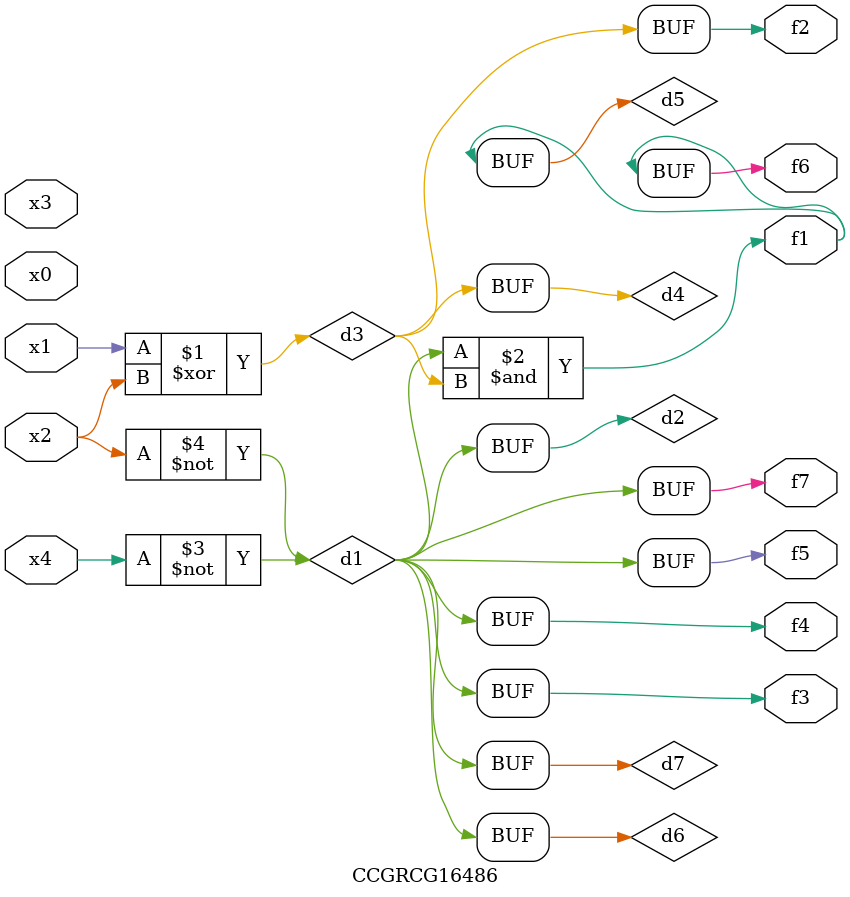
<source format=v>
module CCGRCG16486(
	input x0, x1, x2, x3, x4,
	output f1, f2, f3, f4, f5, f6, f7
);

	wire d1, d2, d3, d4, d5, d6, d7;

	not (d1, x4);
	not (d2, x2);
	xor (d3, x1, x2);
	buf (d4, d3);
	and (d5, d1, d3);
	buf (d6, d1, d2);
	buf (d7, d2);
	assign f1 = d5;
	assign f2 = d4;
	assign f3 = d7;
	assign f4 = d7;
	assign f5 = d7;
	assign f6 = d5;
	assign f7 = d7;
endmodule

</source>
